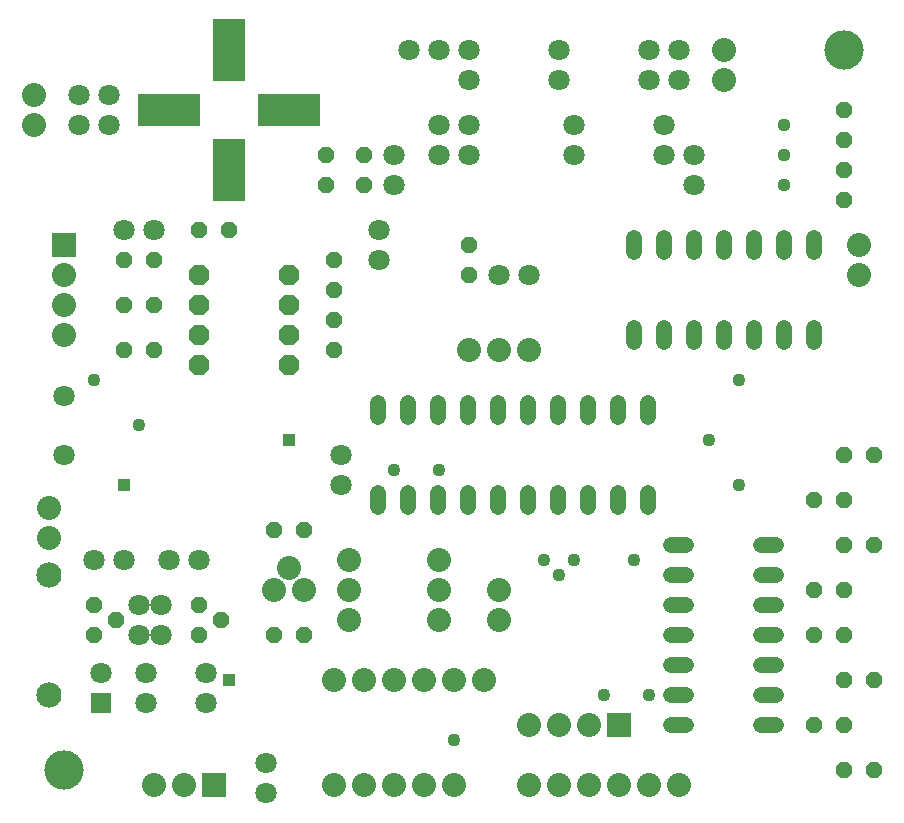
<source format=gbs>
G75*
G70*
%OFA0B0*%
%FSLAX24Y24*%
%IPPOS*%
%LPD*%
%AMOC8*
5,1,8,0,0,1.08239X$1,22.5*
%
%ADD10C,0.1310*%
%ADD11C,0.0540*%
%ADD12C,0.0710*%
%ADD13OC8,0.0540*%
%ADD14C,0.0800*%
%ADD15R,0.0800X0.0800*%
%ADD16C,0.0840*%
%ADD17C,0.0440*%
%ADD18OC8,0.0690*%
%ADD19R,0.0710X0.0710*%
%ADD20R,0.2060X0.1060*%
%ADD21R,0.1060X0.2060*%
%ADD22C,0.0436*%
%ADD23R,0.0436X0.0436*%
D10*
X002487Y002180D03*
X028487Y026180D03*
D11*
X027487Y019920D02*
X027487Y019440D01*
X026487Y019440D02*
X026487Y019920D01*
X025487Y019920D02*
X025487Y019440D01*
X024487Y019440D02*
X024487Y019920D01*
X023487Y019920D02*
X023487Y019440D01*
X022487Y019440D02*
X022487Y019920D01*
X021487Y019920D02*
X021487Y019440D01*
X021487Y016920D02*
X021487Y016440D01*
X022487Y016440D02*
X022487Y016920D01*
X023487Y016920D02*
X023487Y016440D01*
X024487Y016440D02*
X024487Y016920D01*
X025487Y016920D02*
X025487Y016440D01*
X026487Y016440D02*
X026487Y016920D01*
X027487Y016920D02*
X027487Y016440D01*
X021985Y014420D02*
X021985Y013940D01*
X020985Y013940D02*
X020985Y014420D01*
X019985Y014420D02*
X019985Y013940D01*
X018985Y013940D02*
X018985Y014420D01*
X017985Y014420D02*
X017985Y013940D01*
X016985Y013940D02*
X016985Y014420D01*
X015985Y014420D02*
X015985Y013940D01*
X014985Y013940D02*
X014985Y014420D01*
X013985Y014420D02*
X013985Y013940D01*
X012985Y013940D02*
X012985Y014420D01*
X012985Y011420D02*
X012985Y010940D01*
X013985Y010940D02*
X013985Y011420D01*
X014985Y011420D02*
X014985Y010940D01*
X015985Y010940D02*
X015985Y011420D01*
X016985Y011420D02*
X016985Y010940D01*
X017985Y010940D02*
X017985Y011420D01*
X018985Y011420D02*
X018985Y010940D01*
X019985Y010940D02*
X019985Y011420D01*
X020985Y011420D02*
X020985Y010940D01*
X021985Y010940D02*
X021985Y011420D01*
X022747Y009680D02*
X023227Y009680D01*
X023227Y008680D02*
X022747Y008680D01*
X022747Y007680D02*
X023227Y007680D01*
X023227Y006680D02*
X022747Y006680D01*
X022747Y005680D02*
X023227Y005680D01*
X023227Y004680D02*
X022747Y004680D01*
X022747Y003680D02*
X023227Y003680D01*
X025747Y003680D02*
X026227Y003680D01*
X026227Y004680D02*
X025747Y004680D01*
X025747Y005680D02*
X026227Y005680D01*
X026227Y006680D02*
X025747Y006680D01*
X025747Y007680D02*
X026227Y007680D01*
X026227Y008680D02*
X025747Y008680D01*
X025747Y009680D02*
X026227Y009680D01*
D12*
X017987Y018680D03*
X016987Y018680D03*
X013487Y021680D03*
X013487Y022680D03*
X014987Y022680D03*
X014987Y023680D03*
X015987Y023680D03*
X015987Y022680D03*
X015987Y025180D03*
X015987Y026180D03*
X014987Y026180D03*
X013987Y026180D03*
X018987Y026180D03*
X018987Y025180D03*
X019487Y023680D03*
X019487Y022680D03*
X021987Y025180D03*
X022987Y025180D03*
X022987Y026180D03*
X021987Y026180D03*
X022487Y023680D03*
X022487Y022680D03*
X023487Y022680D03*
X023487Y021680D03*
X012987Y020180D03*
X012987Y019180D03*
X011737Y012680D03*
X011737Y011680D03*
X006987Y009180D03*
X005987Y009180D03*
X004487Y009180D03*
X003487Y009180D03*
X004987Y007680D03*
X005737Y007680D03*
X005737Y006680D03*
X004987Y006680D03*
X005237Y005430D03*
X005237Y004430D03*
X003737Y005430D03*
X007237Y005430D03*
X007237Y004430D03*
X009237Y002430D03*
X009237Y001430D03*
X002487Y012696D03*
X002487Y014664D03*
X004487Y020180D03*
X005487Y020180D03*
X003987Y023680D03*
X003987Y024680D03*
X002987Y024680D03*
X002987Y023680D03*
D13*
X006987Y020180D03*
X007987Y020180D03*
X005487Y019180D03*
X004487Y019180D03*
X004487Y017680D03*
X005487Y017680D03*
X005487Y016180D03*
X004487Y016180D03*
X009487Y010180D03*
X010487Y010180D03*
X007737Y007180D03*
X006987Y006680D03*
X006987Y007680D03*
X009487Y006680D03*
X010487Y006680D03*
X004237Y007180D03*
X003487Y006680D03*
X003487Y007680D03*
X011487Y016180D03*
X011487Y017180D03*
X011487Y018180D03*
X011487Y019180D03*
X011237Y021680D03*
X011237Y022680D03*
X012487Y022680D03*
X012487Y021680D03*
X015987Y019680D03*
X015987Y018680D03*
X027487Y011180D03*
X028487Y011180D03*
X028487Y012680D03*
X029487Y012680D03*
X029487Y009680D03*
X028487Y009680D03*
X028487Y008180D03*
X027487Y008180D03*
X027487Y006680D03*
X028487Y006680D03*
X028487Y005180D03*
X029487Y005180D03*
X028487Y003680D03*
X027487Y003680D03*
X028487Y002180D03*
X029487Y002180D03*
X028487Y021180D03*
X028487Y022180D03*
X028487Y023180D03*
X028487Y024180D03*
D14*
X024487Y025180D03*
X024487Y026180D03*
X028987Y019680D03*
X028987Y018680D03*
X017987Y016180D03*
X016987Y016180D03*
X015987Y016180D03*
X014987Y009180D03*
X014987Y008180D03*
X014987Y007180D03*
X016987Y007180D03*
X016987Y008180D03*
X016487Y005180D03*
X015487Y005180D03*
X014487Y005180D03*
X013487Y005180D03*
X012487Y005180D03*
X011487Y005180D03*
X011987Y007180D03*
X011987Y008180D03*
X011987Y009180D03*
X010487Y008180D03*
X009987Y008930D03*
X009487Y008180D03*
X011487Y001680D03*
X012487Y001680D03*
X013487Y001680D03*
X014487Y001680D03*
X015487Y001680D03*
X017987Y001680D03*
X018987Y001680D03*
X019987Y001680D03*
X020987Y001680D03*
X021987Y001680D03*
X022987Y001680D03*
X019987Y003680D03*
X018987Y003680D03*
X017987Y003680D03*
X006487Y001680D03*
X005487Y001680D03*
X001987Y009930D03*
X001987Y010930D03*
X002487Y016680D03*
X002487Y017680D03*
X002487Y018680D03*
X001487Y023680D03*
X001487Y024680D03*
D15*
X002487Y019680D03*
X020987Y003680D03*
X007487Y001680D03*
D16*
X001987Y004680D03*
X001987Y008680D03*
D17*
X026487Y021680D03*
X026487Y022680D03*
X026487Y023680D03*
D18*
X009987Y018680D03*
X009987Y017680D03*
X009987Y016680D03*
X009987Y015680D03*
X006987Y015680D03*
X006987Y016680D03*
X006987Y017680D03*
X006987Y018680D03*
D19*
X003737Y004430D03*
D20*
X005987Y024180D03*
X009987Y024180D03*
D21*
X007987Y022180D03*
X007987Y026180D03*
D22*
X007987Y026180D03*
X007987Y025680D03*
X007987Y026680D03*
X007987Y022680D03*
X007987Y022180D03*
X007987Y021680D03*
X003487Y015180D03*
X004987Y013680D03*
X013487Y012180D03*
X014987Y012180D03*
X018487Y009180D03*
X018987Y008680D03*
X019487Y009180D03*
X021487Y009180D03*
X024987Y011680D03*
X023987Y013180D03*
X024987Y015180D03*
X021987Y004680D03*
X020487Y004680D03*
X015487Y003180D03*
D23*
X007987Y005180D03*
X004487Y011680D03*
X009987Y013180D03*
M02*

</source>
